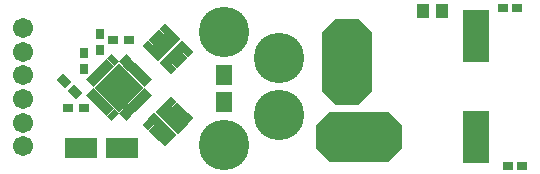
<source format=gts>
G04*
G04 #@! TF.GenerationSoftware,Altium Limited,Altium Designer,20.1.11 (218)*
G04*
G04 Layer_Color=8388736*
%FSLAX25Y25*%
%MOIN*%
G70*
G04*
G04 #@! TF.SameCoordinates,9EE67B27-E454-41D5-82AA-807338E90DDB*
G04*
G04*
G04 #@! TF.FilePolarity,Negative*
G04*
G01*
G75*
G04:AMPARAMS|DCode=35|XSize=19.81mil|YSize=35.56mil|CornerRadius=0mil|HoleSize=0mil|Usage=FLASHONLY|Rotation=315.000|XOffset=0mil|YOffset=0mil|HoleType=Round|Shape=Rectangle|*
%AMROTATEDRECTD35*
4,1,4,-0.01958,-0.00557,0.00557,0.01958,0.01958,0.00557,-0.00557,-0.01958,-0.01958,-0.00557,0.0*
%
%ADD35ROTATEDRECTD35*%

G04:AMPARAMS|DCode=36|XSize=19.81mil|YSize=35.56mil|CornerRadius=0mil|HoleSize=0mil|Usage=FLASHONLY|Rotation=225.000|XOffset=0mil|YOffset=0mil|HoleType=Round|Shape=Rectangle|*
%AMROTATEDRECTD36*
4,1,4,-0.00557,0.01958,0.01958,-0.00557,0.00557,-0.01958,-0.01958,0.00557,-0.00557,0.01958,0.0*
%
%ADD36ROTATEDRECTD36*%

%ADD37P,0.16165X4X360.0*%
%ADD38P,0.03637X4X180.0*%
G04:AMPARAMS|DCode=39|XSize=108.39mil|YSize=49.1mil|CornerRadius=0mil|HoleSize=0mil|Usage=FLASHONLY|Rotation=135.000|XOffset=0mil|YOffset=0mil|HoleType=Round|Shape=Rectangle|*
%AMROTATEDRECTD39*
4,1,4,0.05568,-0.02096,0.02096,-0.05568,-0.05568,0.02096,-0.02096,0.05568,0.05568,-0.02096,0.0*
%
%ADD39ROTATEDRECTD39*%

G04:AMPARAMS|DCode=40|XSize=108.39mil|YSize=29.89mil|CornerRadius=0mil|HoleSize=0mil|Usage=FLASHONLY|Rotation=135.000|XOffset=0mil|YOffset=0mil|HoleType=Round|Shape=Rectangle|*
%AMROTATEDRECTD40*
4,1,4,0.04889,-0.02775,0.02775,-0.04889,-0.04889,0.02775,-0.02775,0.04889,0.04889,-0.02775,0.0*
%
%ADD40ROTATEDRECTD40*%

%ADD41R,0.03300X0.02800*%
%ADD42R,0.04461X0.04658*%
%ADD43R,0.03800X0.03100*%
%ADD44R,0.05800X0.06800*%
%ADD45R,0.10839X0.07099*%
%ADD46R,0.08871X0.17335*%
%ADD47R,0.03100X0.03800*%
G04:AMPARAMS|DCode=48|XSize=38mil|YSize=31mil|CornerRadius=0mil|HoleSize=0mil|Usage=FLASHONLY|Rotation=315.000|XOffset=0mil|YOffset=0mil|HoleType=Round|Shape=Rectangle|*
%AMROTATEDRECTD48*
4,1,4,-0.02439,0.00248,-0.00248,0.02439,0.02439,-0.00248,0.00248,-0.02439,-0.02439,0.00248,0.0*
%
%ADD48ROTATEDRECTD48*%

%ADD49P,0.03637X4X270.0*%
G04:AMPARAMS|DCode=50|XSize=108.39mil|YSize=29.89mil|CornerRadius=0mil|HoleSize=0mil|Usage=FLASHONLY|Rotation=225.000|XOffset=0mil|YOffset=0mil|HoleType=Round|Shape=Rectangle|*
%AMROTATEDRECTD50*
4,1,4,0.02775,0.04889,0.04889,0.02775,-0.02775,-0.04889,-0.04889,-0.02775,0.02775,0.04889,0.0*
%
%ADD50ROTATEDRECTD50*%

G04:AMPARAMS|DCode=51|XSize=108.39mil|YSize=49.1mil|CornerRadius=0mil|HoleSize=0mil|Usage=FLASHONLY|Rotation=225.000|XOffset=0mil|YOffset=0mil|HoleType=Round|Shape=Rectangle|*
%AMROTATEDRECTD51*
4,1,4,0.02096,0.05568,0.05568,0.02096,-0.02096,-0.05568,-0.05568,-0.02096,0.02096,0.05568,0.0*
%
%ADD51ROTATEDRECTD51*%

G04:AMPARAMS|DCode=52|XSize=283.59mil|YSize=165.48mil|CornerRadius=0mil|HoleSize=0mil|Usage=FLASHONLY|Rotation=90.000|XOffset=0mil|YOffset=0mil|HoleType=Round|Shape=Octagon|*
%AMOCTAGOND52*
4,1,8,0.04137,0.14179,-0.04137,0.14179,-0.08274,0.10043,-0.08274,-0.10043,-0.04137,-0.14179,0.04137,-0.14179,0.08274,-0.10043,0.08274,0.10043,0.04137,0.14179,0.0*
%
%ADD52OCTAGOND52*%

G04:AMPARAMS|DCode=53|XSize=283.59mil|YSize=165.48mil|CornerRadius=0mil|HoleSize=0mil|Usage=FLASHONLY|Rotation=0.000|XOffset=0mil|YOffset=0mil|HoleType=Round|Shape=Octagon|*
%AMOCTAGOND53*
4,1,8,0.14179,-0.04137,0.14179,0.04137,0.10043,0.08274,-0.10043,0.08274,-0.14179,0.04137,-0.14179,-0.04137,-0.10043,-0.08274,0.10043,-0.08274,0.14179,-0.04137,0.0*
%
%ADD53OCTAGOND53*%

%ADD54C,0.06706*%
%ADD55C,0.16800*%
D35*
X-175737Y-117124D02*
D03*
X-174345Y-118516D02*
D03*
X-177129Y-115732D02*
D03*
X-172953Y-119908D02*
D03*
X-178521Y-114340D02*
D03*
X-179913Y-112948D02*
D03*
X-184088Y-131043D02*
D03*
X-185480Y-129651D02*
D03*
X-189656Y-125475D02*
D03*
X-191047Y-124083D02*
D03*
X-186873Y-128259D02*
D03*
X-188263Y-126867D02*
D03*
D36*
X-172952Y-124083D02*
D03*
X-174345Y-125475D02*
D03*
X-175736Y-126867D02*
D03*
X-177129Y-128259D02*
D03*
X-178520Y-129651D02*
D03*
X-179913Y-131043D02*
D03*
X-184088Y-112948D02*
D03*
X-185480Y-114340D02*
D03*
X-186872Y-115732D02*
D03*
X-188264Y-117124D02*
D03*
X-189656Y-118515D02*
D03*
X-191048Y-119908D02*
D03*
D37*
X-182005Y-121996D02*
D03*
D38*
X-160881Y-130486D02*
D03*
X-162691Y-128677D02*
D03*
X-164500Y-126867D02*
D03*
X-159072Y-132296D02*
D03*
X-166728Y-139951D02*
D03*
X-172156Y-134523D02*
D03*
X-170347Y-136332D02*
D03*
X-168537Y-138142D02*
D03*
D39*
X-164408Y-132203D02*
D03*
D40*
X-167485Y-135280D02*
D03*
D41*
X-49180Y-95500D02*
D03*
X-54000D02*
D03*
X-47500Y-148000D02*
D03*
X-52320D02*
D03*
D42*
X-74437Y-96500D02*
D03*
X-80500D02*
D03*
D43*
X-193700Y-128676D02*
D03*
X-199000D02*
D03*
X-178788Y-106266D02*
D03*
X-184088D02*
D03*
D44*
X-147000Y-117867D02*
D03*
Y-126867D02*
D03*
D45*
X-181000Y-142000D02*
D03*
X-194780D02*
D03*
D46*
X-63000Y-104878D02*
D03*
Y-138343D02*
D03*
D47*
X-188264Y-109500D02*
D03*
Y-104200D02*
D03*
X-193700Y-115732D02*
D03*
Y-110432D02*
D03*
D48*
X-196500Y-123500D02*
D03*
X-200248Y-119752D02*
D03*
D49*
X-159072Y-110303D02*
D03*
X-160881Y-112113D02*
D03*
X-162690Y-113923D02*
D03*
X-164500Y-115732D02*
D03*
X-166727Y-102647D02*
D03*
X-168537Y-104457D02*
D03*
X-170346Y-106266D02*
D03*
X-172156Y-108076D02*
D03*
D50*
X-163743Y-111060D02*
D03*
D51*
X-166820Y-107984D02*
D03*
D52*
X-105937Y-113508D02*
D03*
D53*
X-102000Y-138343D02*
D03*
D54*
X-214000Y-102172D02*
D03*
Y-110046D02*
D03*
Y-133668D02*
D03*
Y-117920D02*
D03*
Y-141542D02*
D03*
Y-125794D02*
D03*
D55*
X-147000Y-141043D02*
D03*
X-128500Y-131086D02*
D03*
Y-112156D02*
D03*
X-147000Y-103421D02*
D03*
M02*

</source>
